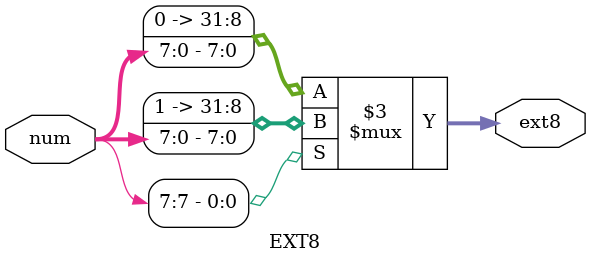
<source format=v>
`timescale 1ns / 1ps


//´ø·ûºÅÎ»À©Õ¹Ô­Êý¾Ý
module EXT8(
    input [7:0] num,
    output reg[31:0]ext8
    );
    always@(*)
    begin
        ext8<=(num[7]==1'b1)?{24'b111111111111111111111111,num}:{24'b0,num};
    end
endmodule

</source>
